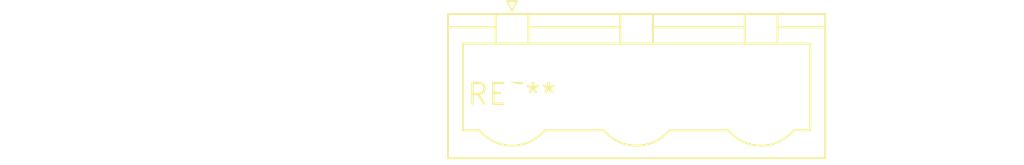
<source format=kicad_pcb>
(kicad_pcb (version 20240108) (generator pcbnew)
  (layers (0 "F.Cu" signal) (31 "B.Cu" signal) (34 "B.Paste" user) (35 "F.Paste" user) (36 "B.SilkS" user "B.Silkscreen") (37 "F.SilkS" user "F.Silkscreen") (38 "B.Mask" user) (39 "F.Mask" user) (44 "Edge.Cuts" user))
  (net 0 "")
  (footprint "PhoenixContact_GMSTBVA_2,5_3-G-7,62_1x03_P7.62mm_Vertical" (layer "F.Cu") (at 0 0)
    (property "Reference" "REF**")
    (property "Value" "PhoenixContact_GMSTBVA_2,5_3-G-7,62_1x03_P7.62mm_Vertical")
    (fp_line (start -3.92 -4.91) (end -3.92 3.91) (layer "F.SilkS") (stroke (width 0.12)))
    (fp_line (start -3.92 -4.1) (end -1.11 -4.1) (layer "F.SilkS") (stroke (width 0.12)))
    (fp_line (start -3.92 3.91) (end 19.16 3.91) (layer "F.SilkS") (stroke (width 0.12)))
    (fp_line (start -3.01 -3.1) (end 18.25 -3.1) (layer "F.SilkS") (stroke (width 0.12)))
    (fp_line (start -3.01 2.2) (end -3.01 -3.1) (layer "F.SilkS") (stroke (width 0.12)))
    (fp_line (start -2 2.2) (end -3.01 2.2) (layer "F.SilkS") (stroke (width 0.12)))
    (fp_line (start -1 -4.91) (end 1 -4.91) (layer "F.SilkS") (stroke (width 0.12)))
    (fp_line (start -1 -3.1) (end -1 -4.91) (layer "F.SilkS") (stroke (width 0.12)))
    (fp_line (start -0.3 -5.71) (end 0.3 -5.71) (layer "F.SilkS") (stroke (width 0.12)))
    (fp_line (start 0 -5.11) (end -0.3 -5.71) (layer "F.SilkS") (stroke (width 0.12)))
    (fp_line (start 0.3 -5.71) (end 0 -5.11) (layer "F.SilkS") (stroke (width 0.12)))
    (fp_line (start 1 -4.91) (end 1 -3.1) (layer "F.SilkS") (stroke (width 0.12)))
    (fp_line (start 1 -4.1) (end 6.62 -4.1) (layer "F.SilkS") (stroke (width 0.12)))
    (fp_line (start 1 -3.1) (end -1 -3.1) (layer "F.SilkS") (stroke (width 0.12)))
    (fp_line (start 2 2.2) (end 5.62 2.2) (layer "F.SilkS") (stroke (width 0.12)))
    (fp_line (start 6.62 -4.91) (end 8.62 -4.91) (layer "F.SilkS") (stroke (width 0.12)))
    (fp_line (start 6.62 -3.1) (end 6.62 -4.91) (layer "F.SilkS") (stroke (width 0.12)))
    (fp_line (start 8.62 -4.91) (end 8.62 -3.1) (layer "F.SilkS") (stroke (width 0.12)))
    (fp_line (start 8.62 -4.1) (end 14.24 -4.1) (layer "F.SilkS") (stroke (width 0.12)))
    (fp_line (start 8.62 -3.1) (end 6.62 -3.1) (layer "F.SilkS") (stroke (width 0.12)))
    (fp_line (start 9.62 2.2) (end 13.24 2.2) (layer "F.SilkS") (stroke (width 0.12)))
    (fp_line (start 14.24 -4.91) (end 16.24 -4.91) (layer "F.SilkS") (stroke (width 0.12)))
    (fp_line (start 14.24 -3.1) (end 14.24 -4.91) (layer "F.SilkS") (stroke (width 0.12)))
    (fp_line (start 16.24 -4.91) (end 16.24 -3.1) (layer "F.SilkS") (stroke (width 0.12)))
    (fp_line (start 16.24 -3.1) (end 14.24 -3.1) (layer "F.SilkS") (stroke (width 0.12)))
    (fp_line (start 18.25 -3.1) (end 18.25 2.2) (layer "F.SilkS") (stroke (width 0.12)))
    (fp_line (start 18.25 2.2) (end 17.24 2.2) (layer "F.SilkS") (stroke (width 0.12)))
    (fp_line (start 19.16 -4.91) (end -3.92 -4.91) (layer "F.SilkS") (stroke (width 0.12)))
    (fp_line (start 19.16 -4.1) (end 16.35 -4.1) (layer "F.SilkS") (stroke (width 0.12)))
    (fp_line (start 19.16 3.91) (end 19.16 -4.91) (layer "F.SilkS") (stroke (width 0.12)))
    (fp_arc (start 1.986842 2.215821) (mid -0.010289 3.142758) (end -2 2.2) (layer "F.SilkS") (stroke (width 0.12)))
    (fp_arc (start 9.606842 2.215821) (mid 7.609711 3.142758) (end 5.62 2.2) (layer "F.SilkS") (stroke (width 0.12)))
    (fp_arc (start 17.226842 2.215821) (mid 15.229711 3.142758) (end 13.24 2.2) (layer "F.SilkS") (stroke (width 0.12)))
    (pad "1" thru_hole roundrect (at 0 0) (size 2.1 3.6) (drill 1.4) (layers *.Cu *.Mask) (remove_unused_layers) (roundrect_rratio 0.119048))
    (pad "2" thru_hole oval (at 7.62 0) (size 2.1 3.6) (drill 1.4) (layers *.Cu *.Mask) (remove_unused_layers))
    (pad "3" thru_hole oval (at 15.24 0) (size 2.1 3.6) (drill 1.4) (layers *.Cu *.Mask) (remove_unused_layers))
  )
)
</source>
